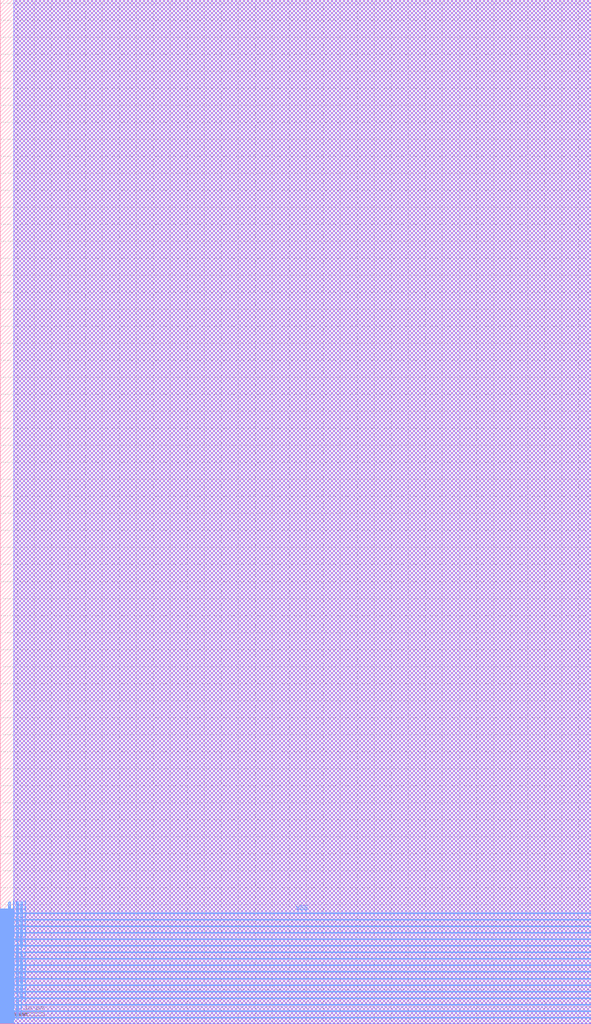
<source format=lef>
VERSION 5.6 ;
BUSBITCHARS "[]" ;
DIVIDERCHAR "/" ;

MACRO SRAM1RW1024x64
  CLASS BLOCK ;
  ORIGIN 0 0 ;
  FOREIGN SRAM1RW1024x64 0 0 ;
  SIZE 173.728 BY 300.94 ;
  SYMMETRY X Y ;
  SITE asap7sc7p5t ;
  PIN VDD
    DIRECTION INOUT ;
    USE POWER ;
    PORT 
      LAYER M4 ;
        RECT 0.0 1.632 173.728 1.728 ;
        RECT 0.0 3.552 173.728 3.648 ;
        RECT 0.0 5.472 173.728 5.568 ;
        RECT 0.0 7.392 173.728 7.488 ;
        RECT 0.0 9.312 173.728 9.408 ;
        RECT 0.0 11.232 173.728 11.328 ;
        RECT 0.0 13.152 173.728 13.248 ;
        RECT 0.0 15.072 173.728 15.168 ;
        RECT 0.0 16.992 173.728 17.088 ;
        RECT 0.0 18.912 173.728 19.008 ;
        RECT 0.0 20.832 173.728 20.928 ;
        RECT 0.0 22.752 173.728 22.848 ;
        RECT 0.0 24.672 173.728 24.768 ;
        RECT 0.0 26.592 173.728 26.688 ;
        RECT 0.0 28.512 173.728 28.608 ;
        RECT 0.0 30.432 173.728 30.528 ;
        RECT 0.0 32.352 173.728 32.448 ;
    END 
  END VDD
  PIN VSS
    DIRECTION INOUT ;
    USE GROUND ;
    PORT 
      LAYER M4 ;
        RECT 0.0 1.824 173.728 1.92 ;
        RECT 0.0 3.744 173.728 3.84 ;
        RECT 0.0 5.664 173.728 5.76 ;
        RECT 0.0 7.584 173.728 7.68 ;
        RECT 0.0 9.504 173.728 9.6 ;
        RECT 0.0 11.424 173.728 11.52 ;
        RECT 0.0 13.344 173.728 13.44 ;
        RECT 0.0 15.264 173.728 15.36 ;
        RECT 0.0 17.184 173.728 17.28 ;
        RECT 0.0 19.104 173.728 19.2 ;
        RECT 0.0 21.024 173.728 21.12 ;
        RECT 0.0 22.944 173.728 23.04 ;
        RECT 0.0 24.864 173.728 24.96 ;
        RECT 0.0 26.784 173.728 26.88 ;
        RECT 0.0 28.704 173.728 28.8 ;
        RECT 0.0 30.624 173.728 30.72 ;
        RECT 0.0 32.544 173.728 32.64 ;
    END 
  END VSS
  PIN CE
    DIRECTION INPUT ;
    USE SIGNAL ;
    PORT 
      LAYER M4 ;
        RECT 0.0 0.096 4.0 0.192 ;
    END 
  END CE
  PIN WEB
    DIRECTION INPUT ;
    USE SIGNAL ;
    PORT 
      LAYER M4 ;
        RECT 0.0 0.288 4.0 0.384 ;
    END 
  END WEB
  PIN OEB
    DIRECTION INPUT ;
    USE SIGNAL ;
    PORT 
      LAYER M4 ;
        RECT 0.0 0.48 4.0 0.576 ;
    END 
  END OEB
  PIN CSB
    DIRECTION INPUT ;
    USE SIGNAL ;
    PORT 
      LAYER M4 ;
        RECT 0.0 0.672 4.0 0.768 ;
    END 
  END CSB
  PIN A[0]
    DIRECTION INPUT ;
    USE SIGNAL ;
    PORT 
      LAYER M4 ;
        RECT 0.0 0.864 4.0 0.96 ;
    END 
  END A[0]
  PIN A[1]
    DIRECTION INPUT ;
    USE SIGNAL ;
    PORT 
      LAYER M4 ;
        RECT 0.0 1.056 4.0 1.152 ;
    END 
  END A[1]
  PIN A[2]
    DIRECTION INPUT ;
    USE SIGNAL ;
    PORT 
      LAYER M4 ;
        RECT 0.0 1.248 4.0 1.344 ;
    END 
  END A[2]
  PIN A[3]
    DIRECTION INPUT ;
    USE SIGNAL ;
    PORT 
      LAYER M4 ;
        RECT 0.0 1.44 4.0 1.536 ;
    END 
  END A[3]
  PIN A[4]
    DIRECTION INPUT ;
    USE SIGNAL ;
    PORT 
      LAYER M4 ;
        RECT 0.0 2.016 4.0 2.112 ;
    END 
  END A[4]
  PIN A[5]
    DIRECTION INPUT ;
    USE SIGNAL ;
    PORT 
      LAYER M4 ;
        RECT 0.0 2.208 4.0 2.304 ;
    END 
  END A[5]
  PIN A[6]
    DIRECTION INPUT ;
    USE SIGNAL ;
    PORT 
      LAYER M4 ;
        RECT 0.0 2.4 4.0 2.496 ;
    END 
  END A[6]
  PIN A[7]
    DIRECTION INPUT ;
    USE SIGNAL ;
    PORT 
      LAYER M4 ;
        RECT 0.0 2.592 4.0 2.688 ;
    END 
  END A[7]
  PIN A[8]
    DIRECTION INPUT ;
    USE SIGNAL ;
    PORT 
      LAYER M4 ;
        RECT 0.0 2.784 4.0 2.88 ;
    END 
  END A[8]
  PIN A[9]
    DIRECTION INPUT ;
    USE SIGNAL ;
    PORT 
      LAYER M4 ;
        RECT 0.0 2.976 4.0 3.072 ;
    END 
  END A[9]
  PIN I[0]
    DIRECTION INPUT ;
    USE SIGNAL ;
    PORT 
      LAYER M4 ;
        RECT 0.0 3.168 4.0 3.264 ;
    END 
  END I[0]
  PIN I[1]
    DIRECTION INPUT ;
    USE SIGNAL ;
    PORT 
      LAYER M4 ;
        RECT 0.0 3.36 4.0 3.456 ;
    END 
  END I[1]
  PIN I[2]
    DIRECTION INPUT ;
    USE SIGNAL ;
    PORT 
      LAYER M4 ;
        RECT 0.0 3.936 4.0 4.032 ;
    END 
  END I[2]
  PIN I[3]
    DIRECTION INPUT ;
    USE SIGNAL ;
    PORT 
      LAYER M4 ;
        RECT 0.0 4.128 4.0 4.224 ;
    END 
  END I[3]
  PIN I[4]
    DIRECTION INPUT ;
    USE SIGNAL ;
    PORT 
      LAYER M4 ;
        RECT 0.0 4.32 4.0 4.416 ;
    END 
  END I[4]
  PIN I[5]
    DIRECTION INPUT ;
    USE SIGNAL ;
    PORT 
      LAYER M4 ;
        RECT 0.0 4.512 4.0 4.608 ;
    END 
  END I[5]
  PIN I[6]
    DIRECTION INPUT ;
    USE SIGNAL ;
    PORT 
      LAYER M4 ;
        RECT 0.0 4.704 4.0 4.8 ;
    END 
  END I[6]
  PIN I[7]
    DIRECTION INPUT ;
    USE SIGNAL ;
    PORT 
      LAYER M4 ;
        RECT 0.0 4.896 4.0 4.992 ;
    END 
  END I[7]
  PIN I[8]
    DIRECTION INPUT ;
    USE SIGNAL ;
    PORT 
      LAYER M4 ;
        RECT 0.0 5.088 4.0 5.184 ;
    END 
  END I[8]
  PIN I[9]
    DIRECTION INPUT ;
    USE SIGNAL ;
    PORT 
      LAYER M4 ;
        RECT 0.0 5.28 4.0 5.376 ;
    END 
  END I[9]
  PIN I[10]
    DIRECTION INPUT ;
    USE SIGNAL ;
    PORT 
      LAYER M4 ;
        RECT 0.0 5.856 4.0 5.952 ;
    END 
  END I[10]
  PIN I[11]
    DIRECTION INPUT ;
    USE SIGNAL ;
    PORT 
      LAYER M4 ;
        RECT 0.0 6.048 4.0 6.144 ;
    END 
  END I[11]
  PIN I[12]
    DIRECTION INPUT ;
    USE SIGNAL ;
    PORT 
      LAYER M4 ;
        RECT 0.0 6.24 4.0 6.336 ;
    END 
  END I[12]
  PIN I[13]
    DIRECTION INPUT ;
    USE SIGNAL ;
    PORT 
      LAYER M4 ;
        RECT 0.0 6.432 4.0 6.528 ;
    END 
  END I[13]
  PIN I[14]
    DIRECTION INPUT ;
    USE SIGNAL ;
    PORT 
      LAYER M4 ;
        RECT 0.0 6.624 4.0 6.72 ;
    END 
  END I[14]
  PIN I[15]
    DIRECTION INPUT ;
    USE SIGNAL ;
    PORT 
      LAYER M4 ;
        RECT 0.0 6.816 4.0 6.912 ;
    END 
  END I[15]
  PIN I[16]
    DIRECTION INPUT ;
    USE SIGNAL ;
    PORT 
      LAYER M4 ;
        RECT 0.0 7.008 4.0 7.104 ;
    END 
  END I[16]
  PIN I[17]
    DIRECTION INPUT ;
    USE SIGNAL ;
    PORT 
      LAYER M4 ;
        RECT 0.0 7.2 4.0 7.296 ;
    END 
  END I[17]
  PIN I[18]
    DIRECTION INPUT ;
    USE SIGNAL ;
    PORT 
      LAYER M4 ;
        RECT 0.0 7.776 4.0 7.872 ;
    END 
  END I[18]
  PIN I[19]
    DIRECTION INPUT ;
    USE SIGNAL ;
    PORT 
      LAYER M4 ;
        RECT 0.0 7.968 4.0 8.064 ;
    END 
  END I[19]
  PIN I[20]
    DIRECTION INPUT ;
    USE SIGNAL ;
    PORT 
      LAYER M4 ;
        RECT 0.0 8.16 4.0 8.256 ;
    END 
  END I[20]
  PIN I[21]
    DIRECTION INPUT ;
    USE SIGNAL ;
    PORT 
      LAYER M4 ;
        RECT 0.0 8.352 4.0 8.448 ;
    END 
  END I[21]
  PIN I[22]
    DIRECTION INPUT ;
    USE SIGNAL ;
    PORT 
      LAYER M4 ;
        RECT 0.0 8.544 4.0 8.64 ;
    END 
  END I[22]
  PIN I[23]
    DIRECTION INPUT ;
    USE SIGNAL ;
    PORT 
      LAYER M4 ;
        RECT 0.0 8.736 4.0 8.832 ;
    END 
  END I[23]
  PIN I[24]
    DIRECTION INPUT ;
    USE SIGNAL ;
    PORT 
      LAYER M4 ;
        RECT 0.0 8.928 4.0 9.024 ;
    END 
  END I[24]
  PIN I[25]
    DIRECTION INPUT ;
    USE SIGNAL ;
    PORT 
      LAYER M4 ;
        RECT 0.0 9.12 4.0 9.216 ;
    END 
  END I[25]
  PIN I[26]
    DIRECTION INPUT ;
    USE SIGNAL ;
    PORT 
      LAYER M4 ;
        RECT 0.0 9.696 4.0 9.792 ;
    END 
  END I[26]
  PIN I[27]
    DIRECTION INPUT ;
    USE SIGNAL ;
    PORT 
      LAYER M4 ;
        RECT 0.0 9.888 4.0 9.984 ;
    END 
  END I[27]
  PIN I[28]
    DIRECTION INPUT ;
    USE SIGNAL ;
    PORT 
      LAYER M4 ;
        RECT 0.0 10.08 4.0 10.176 ;
    END 
  END I[28]
  PIN I[29]
    DIRECTION INPUT ;
    USE SIGNAL ;
    PORT 
      LAYER M4 ;
        RECT 0.0 10.272 4.0 10.368 ;
    END 
  END I[29]
  PIN I[30]
    DIRECTION INPUT ;
    USE SIGNAL ;
    PORT 
      LAYER M4 ;
        RECT 0.0 10.464 4.0 10.56 ;
    END 
  END I[30]
  PIN I[31]
    DIRECTION INPUT ;
    USE SIGNAL ;
    PORT 
      LAYER M4 ;
        RECT 0.0 10.656 4.0 10.752 ;
    END 
  END I[31]
  PIN I[32]
    DIRECTION INPUT ;
    USE SIGNAL ;
    PORT 
      LAYER M4 ;
        RECT 0.0 10.848 4.0 10.944 ;
    END 
  END I[32]
  PIN I[33]
    DIRECTION INPUT ;
    USE SIGNAL ;
    PORT 
      LAYER M4 ;
        RECT 0.0 11.04 4.0 11.136 ;
    END 
  END I[33]
  PIN I[34]
    DIRECTION INPUT ;
    USE SIGNAL ;
    PORT 
      LAYER M4 ;
        RECT 0.0 11.616 4.0 11.712 ;
    END 
  END I[34]
  PIN I[35]
    DIRECTION INPUT ;
    USE SIGNAL ;
    PORT 
      LAYER M4 ;
        RECT 0.0 11.808 4.0 11.904 ;
    END 
  END I[35]
  PIN I[36]
    DIRECTION INPUT ;
    USE SIGNAL ;
    PORT 
      LAYER M4 ;
        RECT 0.0 12.0 4.0 12.096 ;
    END 
  END I[36]
  PIN I[37]
    DIRECTION INPUT ;
    USE SIGNAL ;
    PORT 
      LAYER M4 ;
        RECT 0.0 12.192 4.0 12.288 ;
    END 
  END I[37]
  PIN I[38]
    DIRECTION INPUT ;
    USE SIGNAL ;
    PORT 
      LAYER M4 ;
        RECT 0.0 12.384 4.0 12.48 ;
    END 
  END I[38]
  PIN I[39]
    DIRECTION INPUT ;
    USE SIGNAL ;
    PORT 
      LAYER M4 ;
        RECT 0.0 12.576 4.0 12.672 ;
    END 
  END I[39]
  PIN I[40]
    DIRECTION INPUT ;
    USE SIGNAL ;
    PORT 
      LAYER M4 ;
        RECT 0.0 12.768 4.0 12.864 ;
    END 
  END I[40]
  PIN I[41]
    DIRECTION INPUT ;
    USE SIGNAL ;
    PORT 
      LAYER M4 ;
        RECT 0.0 12.96 4.0 13.056 ;
    END 
  END I[41]
  PIN I[42]
    DIRECTION INPUT ;
    USE SIGNAL ;
    PORT 
      LAYER M4 ;
        RECT 0.0 13.536 4.0 13.632 ;
    END 
  END I[42]
  PIN I[43]
    DIRECTION INPUT ;
    USE SIGNAL ;
    PORT 
      LAYER M4 ;
        RECT 0.0 13.728 4.0 13.824 ;
    END 
  END I[43]
  PIN I[44]
    DIRECTION INPUT ;
    USE SIGNAL ;
    PORT 
      LAYER M4 ;
        RECT 0.0 13.92 4.0 14.016 ;
    END 
  END I[44]
  PIN I[45]
    DIRECTION INPUT ;
    USE SIGNAL ;
    PORT 
      LAYER M4 ;
        RECT 0.0 14.112 4.0 14.208 ;
    END 
  END I[45]
  PIN I[46]
    DIRECTION INPUT ;
    USE SIGNAL ;
    PORT 
      LAYER M4 ;
        RECT 0.0 14.304 4.0 14.4 ;
    END 
  END I[46]
  PIN I[47]
    DIRECTION INPUT ;
    USE SIGNAL ;
    PORT 
      LAYER M4 ;
        RECT 0.0 14.496 4.0 14.592 ;
    END 
  END I[47]
  PIN I[48]
    DIRECTION INPUT ;
    USE SIGNAL ;
    PORT 
      LAYER M4 ;
        RECT 0.0 14.688 4.0 14.784 ;
    END 
  END I[48]
  PIN I[49]
    DIRECTION INPUT ;
    USE SIGNAL ;
    PORT 
      LAYER M4 ;
        RECT 0.0 14.88 4.0 14.976 ;
    END 
  END I[49]
  PIN I[50]
    DIRECTION INPUT ;
    USE SIGNAL ;
    PORT 
      LAYER M4 ;
        RECT 0.0 15.456 4.0 15.552 ;
    END 
  END I[50]
  PIN I[51]
    DIRECTION INPUT ;
    USE SIGNAL ;
    PORT 
      LAYER M4 ;
        RECT 0.0 15.648 4.0 15.744 ;
    END 
  END I[51]
  PIN I[52]
    DIRECTION INPUT ;
    USE SIGNAL ;
    PORT 
      LAYER M4 ;
        RECT 0.0 15.84 4.0 15.936 ;
    END 
  END I[52]
  PIN I[53]
    DIRECTION INPUT ;
    USE SIGNAL ;
    PORT 
      LAYER M4 ;
        RECT 0.0 16.032 4.0 16.128 ;
    END 
  END I[53]
  PIN I[54]
    DIRECTION INPUT ;
    USE SIGNAL ;
    PORT 
      LAYER M4 ;
        RECT 0.0 16.224 4.0 16.32 ;
    END 
  END I[54]
  PIN I[55]
    DIRECTION INPUT ;
    USE SIGNAL ;
    PORT 
      LAYER M4 ;
        RECT 0.0 16.416 4.0 16.512 ;
    END 
  END I[55]
  PIN I[56]
    DIRECTION INPUT ;
    USE SIGNAL ;
    PORT 
      LAYER M4 ;
        RECT 0.0 16.608 4.0 16.704 ;
    END 
  END I[56]
  PIN I[57]
    DIRECTION INPUT ;
    USE SIGNAL ;
    PORT 
      LAYER M4 ;
        RECT 0.0 16.8 4.0 16.896 ;
    END 
  END I[57]
  PIN I[58]
    DIRECTION INPUT ;
    USE SIGNAL ;
    PORT 
      LAYER M4 ;
        RECT 0.0 17.376 4.0 17.472 ;
    END 
  END I[58]
  PIN I[59]
    DIRECTION INPUT ;
    USE SIGNAL ;
    PORT 
      LAYER M4 ;
        RECT 0.0 17.568 4.0 17.664 ;
    END 
  END I[59]
  PIN I[60]
    DIRECTION INPUT ;
    USE SIGNAL ;
    PORT 
      LAYER M4 ;
        RECT 0.0 17.76 4.0 17.856 ;
    END 
  END I[60]
  PIN I[61]
    DIRECTION INPUT ;
    USE SIGNAL ;
    PORT 
      LAYER M4 ;
        RECT 0.0 17.952 4.0 18.048 ;
    END 
  END I[61]
  PIN I[62]
    DIRECTION INPUT ;
    USE SIGNAL ;
    PORT 
      LAYER M4 ;
        RECT 0.0 18.144 4.0 18.24 ;
    END 
  END I[62]
  PIN I[63]
    DIRECTION INPUT ;
    USE SIGNAL ;
    PORT 
      LAYER M4 ;
        RECT 0.0 18.336 4.0 18.432 ;
    END 
  END I[63]
  PIN O[0]
    DIRECTION OUTPUT ;
    USE SIGNAL ;
    PORT 
      LAYER M4 ;
        RECT 0.0 18.528 4.0 18.624 ;
    END 
  END O[0]
  PIN O[1]
    DIRECTION OUTPUT ;
    USE SIGNAL ;
    PORT 
      LAYER M4 ;
        RECT 0.0 18.72 4.0 18.816 ;
    END 
  END O[1]
  PIN O[2]
    DIRECTION OUTPUT ;
    USE SIGNAL ;
    PORT 
      LAYER M4 ;
        RECT 0.0 19.296 4.0 19.392 ;
    END 
  END O[2]
  PIN O[3]
    DIRECTION OUTPUT ;
    USE SIGNAL ;
    PORT 
      LAYER M4 ;
        RECT 0.0 19.488 4.0 19.584 ;
    END 
  END O[3]
  PIN O[4]
    DIRECTION OUTPUT ;
    USE SIGNAL ;
    PORT 
      LAYER M4 ;
        RECT 0.0 19.68 4.0 19.776 ;
    END 
  END O[4]
  PIN O[5]
    DIRECTION OUTPUT ;
    USE SIGNAL ;
    PORT 
      LAYER M4 ;
        RECT 0.0 19.872 4.0 19.968 ;
    END 
  END O[5]
  PIN O[6]
    DIRECTION OUTPUT ;
    USE SIGNAL ;
    PORT 
      LAYER M4 ;
        RECT 0.0 20.064 4.0 20.16 ;
    END 
  END O[6]
  PIN O[7]
    DIRECTION OUTPUT ;
    USE SIGNAL ;
    PORT 
      LAYER M4 ;
        RECT 0.0 20.256 4.0 20.352 ;
    END 
  END O[7]
  PIN O[8]
    DIRECTION OUTPUT ;
    USE SIGNAL ;
    PORT 
      LAYER M4 ;
        RECT 0.0 20.448 4.0 20.544 ;
    END 
  END O[8]
  PIN O[9]
    DIRECTION OUTPUT ;
    USE SIGNAL ;
    PORT 
      LAYER M4 ;
        RECT 0.0 20.64 4.0 20.736 ;
    END 
  END O[9]
  PIN O[10]
    DIRECTION OUTPUT ;
    USE SIGNAL ;
    PORT 
      LAYER M4 ;
        RECT 0.0 21.216 4.0 21.312 ;
    END 
  END O[10]
  PIN O[11]
    DIRECTION OUTPUT ;
    USE SIGNAL ;
    PORT 
      LAYER M4 ;
        RECT 0.0 21.408 4.0 21.504 ;
    END 
  END O[11]
  PIN O[12]
    DIRECTION OUTPUT ;
    USE SIGNAL ;
    PORT 
      LAYER M4 ;
        RECT 0.0 21.6 4.0 21.696 ;
    END 
  END O[12]
  PIN O[13]
    DIRECTION OUTPUT ;
    USE SIGNAL ;
    PORT 
      LAYER M4 ;
        RECT 0.0 21.792 4.0 21.888 ;
    END 
  END O[13]
  PIN O[14]
    DIRECTION OUTPUT ;
    USE SIGNAL ;
    PORT 
      LAYER M4 ;
        RECT 0.0 21.984 4.0 22.08 ;
    END 
  END O[14]
  PIN O[15]
    DIRECTION OUTPUT ;
    USE SIGNAL ;
    PORT 
      LAYER M4 ;
        RECT 0.0 22.176 4.0 22.272 ;
    END 
  END O[15]
  PIN O[16]
    DIRECTION OUTPUT ;
    USE SIGNAL ;
    PORT 
      LAYER M4 ;
        RECT 0.0 22.368 4.0 22.464 ;
    END 
  END O[16]
  PIN O[17]
    DIRECTION OUTPUT ;
    USE SIGNAL ;
    PORT 
      LAYER M4 ;
        RECT 0.0 22.56 4.0 22.656 ;
    END 
  END O[17]
  PIN O[18]
    DIRECTION OUTPUT ;
    USE SIGNAL ;
    PORT 
      LAYER M4 ;
        RECT 0.0 23.136 4.0 23.232 ;
    END 
  END O[18]
  PIN O[19]
    DIRECTION OUTPUT ;
    USE SIGNAL ;
    PORT 
      LAYER M4 ;
        RECT 0.0 23.328 4.0 23.424 ;
    END 
  END O[19]
  PIN O[20]
    DIRECTION OUTPUT ;
    USE SIGNAL ;
    PORT 
      LAYER M4 ;
        RECT 0.0 23.52 4.0 23.616 ;
    END 
  END O[20]
  PIN O[21]
    DIRECTION OUTPUT ;
    USE SIGNAL ;
    PORT 
      LAYER M4 ;
        RECT 0.0 23.712 4.0 23.808 ;
    END 
  END O[21]
  PIN O[22]
    DIRECTION OUTPUT ;
    USE SIGNAL ;
    PORT 
      LAYER M4 ;
        RECT 0.0 23.904 4.0 24.0 ;
    END 
  END O[22]
  PIN O[23]
    DIRECTION OUTPUT ;
    USE SIGNAL ;
    PORT 
      LAYER M4 ;
        RECT 0.0 24.096 4.0 24.192 ;
    END 
  END O[23]
  PIN O[24]
    DIRECTION OUTPUT ;
    USE SIGNAL ;
    PORT 
      LAYER M4 ;
        RECT 0.0 24.288 4.0 24.384 ;
    END 
  END O[24]
  PIN O[25]
    DIRECTION OUTPUT ;
    USE SIGNAL ;
    PORT 
      LAYER M4 ;
        RECT 0.0 24.48 4.0 24.576 ;
    END 
  END O[25]
  PIN O[26]
    DIRECTION OUTPUT ;
    USE SIGNAL ;
    PORT 
      LAYER M4 ;
        RECT 0.0 25.056 4.0 25.152 ;
    END 
  END O[26]
  PIN O[27]
    DIRECTION OUTPUT ;
    USE SIGNAL ;
    PORT 
      LAYER M4 ;
        RECT 0.0 25.248 4.0 25.344 ;
    END 
  END O[27]
  PIN O[28]
    DIRECTION OUTPUT ;
    USE SIGNAL ;
    PORT 
      LAYER M4 ;
        RECT 0.0 25.44 4.0 25.536 ;
    END 
  END O[28]
  PIN O[29]
    DIRECTION OUTPUT ;
    USE SIGNAL ;
    PORT 
      LAYER M4 ;
        RECT 0.0 25.632 4.0 25.728 ;
    END 
  END O[29]
  PIN O[30]
    DIRECTION OUTPUT ;
    USE SIGNAL ;
    PORT 
      LAYER M4 ;
        RECT 0.0 25.824 4.0 25.92 ;
    END 
  END O[30]
  PIN O[31]
    DIRECTION OUTPUT ;
    USE SIGNAL ;
    PORT 
      LAYER M4 ;
        RECT 0.0 26.016 4.0 26.112 ;
    END 
  END O[31]
  PIN O[32]
    DIRECTION OUTPUT ;
    USE SIGNAL ;
    PORT 
      LAYER M4 ;
        RECT 0.0 26.208 4.0 26.304 ;
    END 
  END O[32]
  PIN O[33]
    DIRECTION OUTPUT ;
    USE SIGNAL ;
    PORT 
      LAYER M4 ;
        RECT 0.0 26.4 4.0 26.496 ;
    END 
  END O[33]
  PIN O[34]
    DIRECTION OUTPUT ;
    USE SIGNAL ;
    PORT 
      LAYER M4 ;
        RECT 0.0 26.976 4.0 27.072 ;
    END 
  END O[34]
  PIN O[35]
    DIRECTION OUTPUT ;
    USE SIGNAL ;
    PORT 
      LAYER M4 ;
        RECT 0.0 27.168 4.0 27.264 ;
    END 
  END O[35]
  PIN O[36]
    DIRECTION OUTPUT ;
    USE SIGNAL ;
    PORT 
      LAYER M4 ;
        RECT 0.0 27.36 4.0 27.456 ;
    END 
  END O[36]
  PIN O[37]
    DIRECTION OUTPUT ;
    USE SIGNAL ;
    PORT 
      LAYER M4 ;
        RECT 0.0 27.552 4.0 27.648 ;
    END 
  END O[37]
  PIN O[38]
    DIRECTION OUTPUT ;
    USE SIGNAL ;
    PORT 
      LAYER M4 ;
        RECT 0.0 27.744 4.0 27.84 ;
    END 
  END O[38]
  PIN O[39]
    DIRECTION OUTPUT ;
    USE SIGNAL ;
    PORT 
      LAYER M4 ;
        RECT 0.0 27.936 4.0 28.032 ;
    END 
  END O[39]
  PIN O[40]
    DIRECTION OUTPUT ;
    USE SIGNAL ;
    PORT 
      LAYER M4 ;
        RECT 0.0 28.128 4.0 28.224 ;
    END 
  END O[40]
  PIN O[41]
    DIRECTION OUTPUT ;
    USE SIGNAL ;
    PORT 
      LAYER M4 ;
        RECT 0.0 28.32 4.0 28.416 ;
    END 
  END O[41]
  PIN O[42]
    DIRECTION OUTPUT ;
    USE SIGNAL ;
    PORT 
      LAYER M4 ;
        RECT 0.0 28.896 4.0 28.992 ;
    END 
  END O[42]
  PIN O[43]
    DIRECTION OUTPUT ;
    USE SIGNAL ;
    PORT 
      LAYER M4 ;
        RECT 0.0 29.088 4.0 29.184 ;
    END 
  END O[43]
  PIN O[44]
    DIRECTION OUTPUT ;
    USE SIGNAL ;
    PORT 
      LAYER M4 ;
        RECT 0.0 29.28 4.0 29.376 ;
    END 
  END O[44]
  PIN O[45]
    DIRECTION OUTPUT ;
    USE SIGNAL ;
    PORT 
      LAYER M4 ;
        RECT 0.0 29.472 4.0 29.568 ;
    END 
  END O[45]
  PIN O[46]
    DIRECTION OUTPUT ;
    USE SIGNAL ;
    PORT 
      LAYER M4 ;
        RECT 0.0 29.664 4.0 29.76 ;
    END 
  END O[46]
  PIN O[47]
    DIRECTION OUTPUT ;
    USE SIGNAL ;
    PORT 
      LAYER M4 ;
        RECT 0.0 29.856 4.0 29.952 ;
    END 
  END O[47]
  PIN O[48]
    DIRECTION OUTPUT ;
    USE SIGNAL ;
    PORT 
      LAYER M4 ;
        RECT 0.0 30.048 4.0 30.144 ;
    END 
  END O[48]
  PIN O[49]
    DIRECTION OUTPUT ;
    USE SIGNAL ;
    PORT 
      LAYER M4 ;
        RECT 0.0 30.24 4.0 30.336 ;
    END 
  END O[49]
  PIN O[50]
    DIRECTION OUTPUT ;
    USE SIGNAL ;
    PORT 
      LAYER M4 ;
        RECT 0.0 30.816 4.0 30.912 ;
    END 
  END O[50]
  PIN O[51]
    DIRECTION OUTPUT ;
    USE SIGNAL ;
    PORT 
      LAYER M4 ;
        RECT 0.0 31.008 4.0 31.104 ;
    END 
  END O[51]
  PIN O[52]
    DIRECTION OUTPUT ;
    USE SIGNAL ;
    PORT 
      LAYER M4 ;
        RECT 0.0 31.2 4.0 31.296 ;
    END 
  END O[52]
  PIN O[53]
    DIRECTION OUTPUT ;
    USE SIGNAL ;
    PORT 
      LAYER M4 ;
        RECT 0.0 31.392 4.0 31.488 ;
    END 
  END O[53]
  PIN O[54]
    DIRECTION OUTPUT ;
    USE SIGNAL ;
    PORT 
      LAYER M4 ;
        RECT 0.0 31.584 4.0 31.68 ;
    END 
  END O[54]
  PIN O[55]
    DIRECTION OUTPUT ;
    USE SIGNAL ;
    PORT 
      LAYER M4 ;
        RECT 0.0 31.776 4.0 31.872 ;
    END 
  END O[55]
  PIN O[56]
    DIRECTION OUTPUT ;
    USE SIGNAL ;
    PORT 
      LAYER M4 ;
        RECT 0.0 31.968 4.0 32.064 ;
    END 
  END O[56]
  PIN O[57]
    DIRECTION OUTPUT ;
    USE SIGNAL ;
    PORT 
      LAYER M4 ;
        RECT 0.0 32.16 4.0 32.256 ;
    END 
  END O[57]
  PIN O[58]
    DIRECTION OUTPUT ;
    USE SIGNAL ;
    PORT 
      LAYER M4 ;
        RECT 0.0 32.736 4.0 32.832 ;
    END 
  END O[58]
  PIN O[59]
    DIRECTION OUTPUT ;
    USE SIGNAL ;
    PORT 
      LAYER M4 ;
        RECT 0.0 32.928 4.0 33.024 ;
    END 
  END O[59]
  PIN O[60]
    DIRECTION OUTPUT ;
    USE SIGNAL ;
    PORT 
      LAYER M4 ;
        RECT 0.0 33.12 4.0 33.216 ;
    END 
  END O[60]
  PIN O[61]
    DIRECTION OUTPUT ;
    USE SIGNAL ;
    PORT 
      LAYER M4 ;
        RECT 0.0 33.312 4.0 33.408 ;
    END 
  END O[61]
  PIN O[62]
    DIRECTION OUTPUT ;
    USE SIGNAL ;
    PORT 
      LAYER M4 ;
        RECT 0.0 33.504 4.0 33.6 ;
    END 
  END O[62]
  PIN O[63]
    DIRECTION OUTPUT ;
    USE SIGNAL ;
    PORT 
      LAYER M4 ;
        RECT 0.0 33.696 4.0 33.792 ;
    END 
  END O[63]
  OBS 
    LAYER M1 ;
      RECT 4.0 0.0 173.728 300.94 ;
    LAYER M2 ;
      RECT 4.0 0.0 173.728 300.94 ;
    LAYER M3 ;
      RECT 4.0 0.0 173.728 300.94 ;
  END 
END SRAM1RW1024x64

END LIBRARY
</source>
